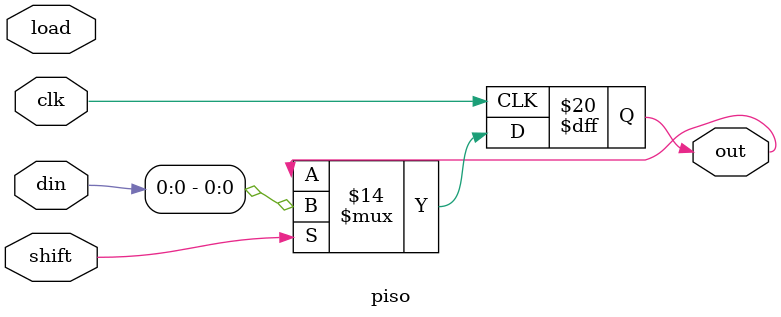
<source format=v>
`timescale 1ns / 1ps
module piso( din,out,clk,load,shift );

input [3:0] din; 
input clk,load,shift; 

output out; 
reg out; 


reg [3:0] temp; 
always @(posedge clk) 

	begin  
 
			if(load==1'b1) 
			
			begin 
			
				temp=din;
					
			end  
			
						if(shift==1'b1) 
						
						begin 
						 
							out=din[3]; 
							
							din[3]=din[2]; 
							out=din[3]; 
							
							din[2]=din[1]; 
							din[3]=din[2]; 
							out=din[3]; 
							
							din[1]=din[0];
							din[2]=din[1]; 
							din[3]=din[2]; 
							out=din[3]; 
							
						 
						end
			

	end


endmodule 

































</source>
